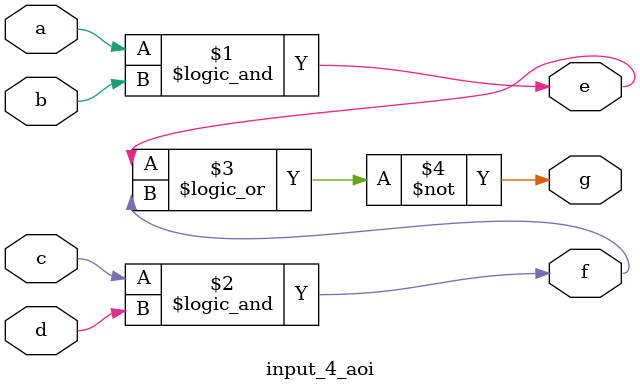
<source format=v>
module input_4_aoi(
    input a,
    input b,
    input c,
    input d,

    output e,
    output f,
    output g
);

assign e = a && b;
assign f = c && d;
assign g = ~(e || f);

endmodule
</source>
